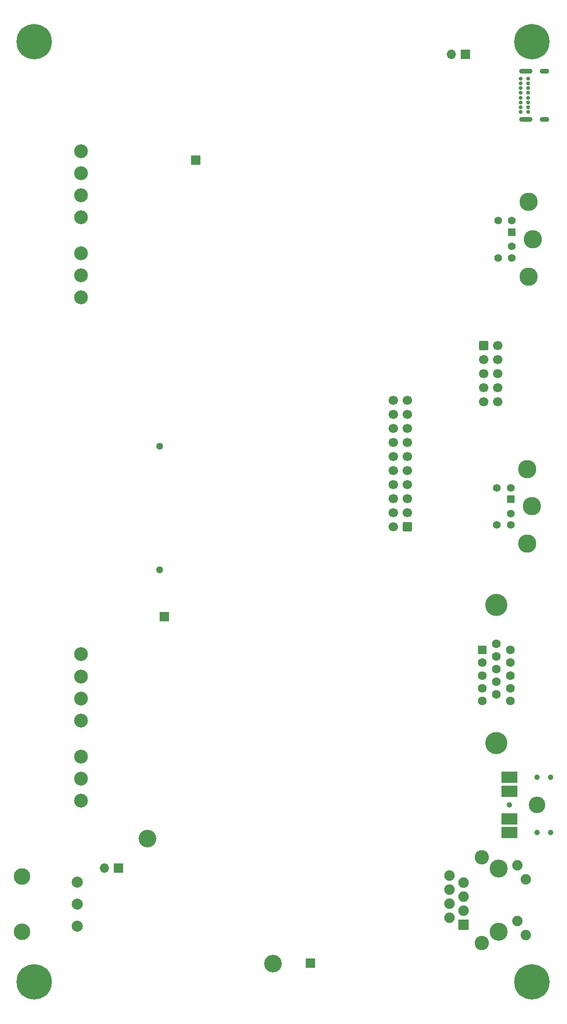
<source format=gbr>
%TF.GenerationSoftware,KiCad,Pcbnew,7.0.10-1.fc38*%
%TF.CreationDate,2024-01-13T22:19:30+01:00*%
%TF.ProjectId,x65-sbc-revA1,7836352d-7362-4632-9d72-657641312e6b,revA1*%
%TF.SameCoordinates,Original*%
%TF.FileFunction,Soldermask,Bot*%
%TF.FilePolarity,Negative*%
%FSLAX46Y46*%
G04 Gerber Fmt 4.6, Leading zero omitted, Abs format (unit mm)*
G04 Created by KiCad (PCBNEW 7.0.10-1.fc38) date 2024-01-13 22:19:30*
%MOMM*%
%LPD*%
G01*
G04 APERTURE LIST*
G04 Aperture macros list*
%AMRoundRect*
0 Rectangle with rounded corners*
0 $1 Rounding radius*
0 $2 $3 $4 $5 $6 $7 $8 $9 X,Y pos of 4 corners*
0 Add a 4 corners polygon primitive as box body*
4,1,4,$2,$3,$4,$5,$6,$7,$8,$9,$2,$3,0*
0 Add four circle primitives for the rounded corners*
1,1,$1+$1,$2,$3*
1,1,$1+$1,$4,$5*
1,1,$1+$1,$6,$7*
1,1,$1+$1,$8,$9*
0 Add four rect primitives between the rounded corners*
20,1,$1+$1,$2,$3,$4,$5,0*
20,1,$1+$1,$4,$5,$6,$7,0*
20,1,$1+$1,$6,$7,$8,$9,0*
20,1,$1+$1,$8,$9,$2,$3,0*%
G04 Aperture macros list end*
%ADD10C,2.000000*%
%ADD11C,3.000000*%
%ADD12C,1.000000*%
%ADD13R,3.000000X2.000000*%
%ADD14C,0.700000*%
%ADD15O,2.400000X0.900000*%
%ADD16O,1.700000X0.900000*%
%ADD17R,1.700000X1.700000*%
%ADD18RoundRect,0.250000X0.600000X0.600000X-0.600000X0.600000X-0.600000X-0.600000X0.600000X-0.600000X0*%
%ADD19C,1.700000*%
%ADD20C,3.200000*%
%ADD21R,1.398000X1.398000*%
%ADD22C,1.398000*%
%ADD23C,3.306000*%
%ADD24C,6.400000*%
%ADD25O,1.700000X1.700000*%
%ADD26C,2.500000*%
%ADD27C,3.250000*%
%ADD28C,1.890000*%
%ADD29R,1.900000X1.900000*%
%ADD30C,1.900000*%
%ADD31C,2.600000*%
%ADD32RoundRect,0.250000X-0.600000X-0.600000X0.600000X-0.600000X0.600000X0.600000X-0.600000X0.600000X0*%
%ADD33C,1.300000*%
%ADD34C,4.000000*%
%ADD35R,1.600000X1.600000*%
%ADD36C,1.600000*%
G04 APERTURE END LIST*
D10*
%TO.C,RV1101*%
X52781200Y-194957200D03*
X52781200Y-190957200D03*
X52781200Y-186957200D03*
D11*
X42781200Y-195957200D03*
X42781200Y-185957200D03*
%TD*%
D12*
%TO.C,J1104*%
X138432000Y-178000000D03*
X138432000Y-168000000D03*
X135932000Y-178000000D03*
X135932000Y-168000000D03*
X130932000Y-173000000D03*
D13*
X130932000Y-178000000D03*
X130932000Y-175500000D03*
D11*
X135932000Y-173000000D03*
D13*
X130932000Y-168000000D03*
X130932000Y-170500000D03*
%TD*%
D14*
%TO.C,J501*%
X132975000Y-47650000D03*
X132975000Y-46800000D03*
X132975000Y-45950000D03*
X132975000Y-45100000D03*
X132975000Y-44250000D03*
X132975000Y-43400000D03*
X132975000Y-42550000D03*
X132975000Y-41700000D03*
X134325000Y-41700000D03*
X134325000Y-42550000D03*
X134325000Y-43400000D03*
X134325000Y-44250000D03*
X134325000Y-45100000D03*
X134325000Y-45950000D03*
X134325000Y-46800000D03*
X134325000Y-47650000D03*
D15*
X133955000Y-49000000D03*
D16*
X137335000Y-49000000D03*
D15*
X133955000Y-40350000D03*
D16*
X137335000Y-40350000D03*
%TD*%
D17*
%TO.C,J704*%
X94945200Y-201574400D03*
%TD*%
D18*
%TO.C,J601*%
X112540000Y-122700000D03*
D19*
X110000000Y-122700000D03*
X112540000Y-120160000D03*
X110000000Y-120160000D03*
X112540000Y-117620000D03*
X110000000Y-117620000D03*
X112540000Y-115080000D03*
X110000000Y-115080000D03*
X112540000Y-112540000D03*
X110000000Y-112540000D03*
X112540000Y-110000000D03*
X110000000Y-110000000D03*
X112540000Y-107460000D03*
X110000000Y-107460000D03*
X112540000Y-104920000D03*
X110000000Y-104920000D03*
X112540000Y-102380000D03*
X110000000Y-102380000D03*
X112540000Y-99840000D03*
X110000000Y-99840000D03*
%TD*%
D20*
%TO.C,LS1101*%
X88174108Y-201712108D03*
X65546692Y-179084692D03*
%TD*%
D17*
%TO.C,J703*%
X68529200Y-138988800D03*
%TD*%
D21*
%TO.C,J606*%
X131410800Y-69412400D03*
D22*
X131410800Y-72012400D03*
X131410800Y-67362400D03*
X131410800Y-74062400D03*
X128920800Y-67362400D03*
X128920800Y-74062400D03*
D23*
X135220800Y-70712400D03*
X134410800Y-77472400D03*
X134410800Y-63952400D03*
%TD*%
D24*
%TO.C,H101*%
X45000000Y-35000000D03*
%TD*%
%TO.C,H103*%
X135000000Y-205000000D03*
%TD*%
D17*
%TO.C,J1101*%
X60299600Y-184454800D03*
D25*
X57759600Y-184454800D03*
%TD*%
D26*
%TO.C,J403*%
X53500000Y-54750000D03*
X53500000Y-58750000D03*
X53500000Y-62750000D03*
X53500000Y-66750000D03*
X53500000Y-73250000D03*
X53500000Y-77250000D03*
X53500000Y-81250000D03*
%TD*%
D27*
%TO.C,J1201*%
X129000000Y-195930000D03*
X129000000Y-184500000D03*
D28*
X132380000Y-183890000D03*
X133900000Y-186430000D03*
X132380000Y-194000000D03*
X133900000Y-196540000D03*
D29*
X122660000Y-194660000D03*
D30*
X120120000Y-193390000D03*
X122660000Y-192120000D03*
X120120000Y-190850000D03*
X122660000Y-189580000D03*
X120120000Y-188310000D03*
X122660000Y-187040000D03*
X120120000Y-185770000D03*
D31*
X125950000Y-197990000D03*
X125950000Y-182440000D03*
%TD*%
D17*
%TO.C,J702*%
X74244200Y-56438800D03*
%TD*%
D26*
%TO.C,J404*%
X53500000Y-145750000D03*
X53500000Y-149750000D03*
X53500000Y-153750000D03*
X53500000Y-157750000D03*
X53500000Y-164250000D03*
X53500000Y-168250000D03*
X53500000Y-172250000D03*
%TD*%
D32*
%TO.C,J603*%
X126302500Y-89920000D03*
D19*
X128842500Y-89920000D03*
X126302500Y-92460000D03*
X128842500Y-92460000D03*
X126302500Y-95000000D03*
X128842500Y-95000000D03*
X126302500Y-97540000D03*
X128842500Y-97540000D03*
X126302500Y-100080000D03*
X128842500Y-100080000D03*
%TD*%
D17*
%TO.C,J701*%
X122991800Y-37236400D03*
D25*
X120451800Y-37236400D03*
%TD*%
D33*
%TO.C,J901*%
X67750000Y-108100000D03*
X67750000Y-130500000D03*
%TD*%
D34*
%TO.C,J801*%
X128575000Y-161810000D03*
X128575000Y-136820000D03*
D35*
X126035000Y-145000000D03*
D36*
X126035000Y-147290000D03*
X126035000Y-149580000D03*
X126035000Y-151870000D03*
X126035000Y-154160000D03*
X128575000Y-143860000D03*
X128575000Y-146150000D03*
X128575000Y-148440000D03*
X128575000Y-150730000D03*
X128575000Y-153020000D03*
X131115000Y-145000000D03*
X131115000Y-147290000D03*
X131115000Y-149580000D03*
X131115000Y-151870000D03*
X131115000Y-154160000D03*
%TD*%
D21*
%TO.C,J605*%
X131190000Y-117700000D03*
D22*
X131190000Y-120300000D03*
X131190000Y-115650000D03*
X131190000Y-122350000D03*
X128700000Y-115650000D03*
X128700000Y-122350000D03*
D23*
X135000000Y-119000000D03*
X134190000Y-125760000D03*
X134190000Y-112240000D03*
%TD*%
D24*
%TO.C,H104*%
X45000000Y-205000000D03*
%TD*%
%TO.C,H102*%
X135000000Y-35000000D03*
%TD*%
M02*

</source>
